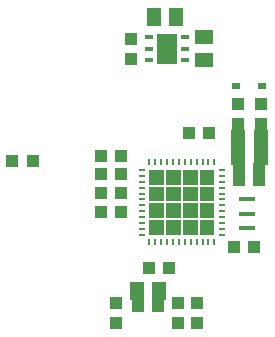
<source format=gbr>
G04 EAGLE Gerber RS-274X export*
G75*
%MOMM*%
%FSLAX34Y34*%
%LPD*%
%INSolderpaste Bottom*%
%IPPOS*%
%AMOC8*
5,1,8,0,0,1.08239X$1,22.5*%
G01*
%ADD10R,1.300000X1.500000*%
%ADD11R,1.100000X1.000000*%
%ADD12R,1.000000X1.100000*%
%ADD13R,0.550000X0.254000*%
%ADD14R,0.254000X0.550000*%
%ADD15R,1.399997X0.400000*%
%ADD16R,0.800000X0.500000*%
%ADD17R,1.500000X1.300000*%
%ADD18R,0.700000X0.400000*%
%ADD19R,1.750000X2.500000*%

G36*
X-4110Y134161D02*
X-4110Y134161D01*
X-4107Y134160D01*
X-4064Y134180D01*
X-4021Y134199D01*
X-4020Y134201D01*
X-4018Y134202D01*
X-3985Y134287D01*
X-3985Y146511D01*
X-3986Y146513D01*
X-3985Y146515D01*
X-4005Y146558D01*
X-4024Y146601D01*
X-4026Y146602D01*
X-4027Y146604D01*
X-4112Y146637D01*
X-16336Y146637D01*
X-16338Y146636D01*
X-16340Y146637D01*
X-16383Y146617D01*
X-16426Y146598D01*
X-16427Y146596D01*
X-16429Y146595D01*
X-16462Y146511D01*
X-16462Y134287D01*
X-16461Y134285D01*
X-16462Y134282D01*
X-16442Y134239D01*
X-16423Y134196D01*
X-16421Y134195D01*
X-16420Y134193D01*
X-16336Y134160D01*
X-4112Y134160D01*
X-4110Y134161D01*
G37*
G36*
X24339Y134161D02*
X24339Y134161D01*
X24341Y134160D01*
X24384Y134180D01*
X24427Y134199D01*
X24428Y134201D01*
X24430Y134202D01*
X24463Y134287D01*
X24463Y146511D01*
X24462Y146513D01*
X24463Y146515D01*
X24443Y146558D01*
X24424Y146601D01*
X24422Y146602D01*
X24421Y146604D01*
X24337Y146637D01*
X12113Y146637D01*
X12111Y146636D01*
X12108Y146637D01*
X12065Y146617D01*
X12022Y146598D01*
X12021Y146596D01*
X12019Y146595D01*
X11986Y146511D01*
X11986Y134287D01*
X11987Y134285D01*
X11986Y134282D01*
X12006Y134239D01*
X12025Y134196D01*
X12027Y134195D01*
X12028Y134193D01*
X12113Y134160D01*
X24337Y134160D01*
X24339Y134161D01*
G37*
G36*
X10115Y134161D02*
X10115Y134161D01*
X10117Y134160D01*
X10160Y134180D01*
X10203Y134199D01*
X10204Y134201D01*
X10206Y134202D01*
X10239Y134287D01*
X10239Y146511D01*
X10238Y146513D01*
X10239Y146515D01*
X10219Y146558D01*
X10200Y146601D01*
X10198Y146602D01*
X10197Y146604D01*
X10113Y146637D01*
X-2112Y146637D01*
X-2114Y146636D01*
X-2116Y146637D01*
X-2159Y146617D01*
X-2202Y146598D01*
X-2203Y146596D01*
X-2205Y146595D01*
X-2238Y146511D01*
X-2238Y134287D01*
X-2237Y134285D01*
X-2238Y134282D01*
X-2218Y134239D01*
X-2199Y134196D01*
X-2197Y134195D01*
X-2196Y134193D01*
X-2112Y134160D01*
X10113Y134160D01*
X10115Y134161D01*
G37*
G36*
X38563Y134161D02*
X38563Y134161D01*
X38565Y134160D01*
X38608Y134180D01*
X38651Y134199D01*
X38652Y134201D01*
X38654Y134202D01*
X38687Y134287D01*
X38687Y146511D01*
X38686Y146513D01*
X38687Y146515D01*
X38667Y146558D01*
X38648Y146601D01*
X38646Y146602D01*
X38645Y146604D01*
X38561Y146637D01*
X26337Y146637D01*
X26335Y146636D01*
X26332Y146637D01*
X26289Y146617D01*
X26246Y146598D01*
X26245Y146596D01*
X26243Y146595D01*
X26210Y146511D01*
X26210Y134287D01*
X26211Y134285D01*
X26210Y134282D01*
X26230Y134239D01*
X26249Y134196D01*
X26251Y134195D01*
X26252Y134193D01*
X26337Y134160D01*
X38561Y134160D01*
X38563Y134161D01*
G37*
G36*
X24339Y119937D02*
X24339Y119937D01*
X24341Y119936D01*
X24384Y119956D01*
X24427Y119975D01*
X24428Y119977D01*
X24430Y119978D01*
X24463Y120063D01*
X24463Y132287D01*
X24462Y132289D01*
X24463Y132291D01*
X24443Y132334D01*
X24424Y132377D01*
X24422Y132378D01*
X24421Y132380D01*
X24337Y132413D01*
X12113Y132413D01*
X12111Y132412D01*
X12108Y132413D01*
X12065Y132393D01*
X12022Y132374D01*
X12021Y132372D01*
X12019Y132371D01*
X11986Y132287D01*
X11986Y120063D01*
X11987Y120061D01*
X11986Y120058D01*
X12006Y120015D01*
X12025Y119972D01*
X12027Y119971D01*
X12028Y119969D01*
X12113Y119936D01*
X24337Y119936D01*
X24339Y119937D01*
G37*
G36*
X-4110Y119937D02*
X-4110Y119937D01*
X-4107Y119936D01*
X-4064Y119956D01*
X-4021Y119975D01*
X-4020Y119977D01*
X-4018Y119978D01*
X-3985Y120063D01*
X-3985Y132287D01*
X-3986Y132289D01*
X-3985Y132291D01*
X-4005Y132334D01*
X-4024Y132377D01*
X-4026Y132378D01*
X-4027Y132380D01*
X-4112Y132413D01*
X-16336Y132413D01*
X-16338Y132412D01*
X-16340Y132413D01*
X-16383Y132393D01*
X-16426Y132374D01*
X-16427Y132372D01*
X-16429Y132371D01*
X-16462Y132287D01*
X-16462Y120063D01*
X-16461Y120061D01*
X-16462Y120058D01*
X-16442Y120015D01*
X-16423Y119972D01*
X-16421Y119971D01*
X-16420Y119969D01*
X-16336Y119936D01*
X-4112Y119936D01*
X-4110Y119937D01*
G37*
G36*
X10115Y119937D02*
X10115Y119937D01*
X10117Y119936D01*
X10160Y119956D01*
X10203Y119975D01*
X10204Y119977D01*
X10206Y119978D01*
X10239Y120063D01*
X10239Y132287D01*
X10238Y132289D01*
X10239Y132291D01*
X10219Y132334D01*
X10200Y132377D01*
X10198Y132378D01*
X10197Y132380D01*
X10113Y132413D01*
X-2112Y132413D01*
X-2114Y132412D01*
X-2116Y132413D01*
X-2159Y132393D01*
X-2202Y132374D01*
X-2203Y132372D01*
X-2205Y132371D01*
X-2238Y132287D01*
X-2238Y120063D01*
X-2237Y120061D01*
X-2238Y120058D01*
X-2218Y120015D01*
X-2199Y119972D01*
X-2197Y119971D01*
X-2196Y119969D01*
X-2112Y119936D01*
X10113Y119936D01*
X10115Y119937D01*
G37*
G36*
X38563Y119937D02*
X38563Y119937D01*
X38565Y119936D01*
X38608Y119956D01*
X38651Y119975D01*
X38652Y119977D01*
X38654Y119978D01*
X38687Y120063D01*
X38687Y132287D01*
X38686Y132289D01*
X38687Y132291D01*
X38667Y132334D01*
X38648Y132377D01*
X38646Y132378D01*
X38645Y132380D01*
X38561Y132413D01*
X26337Y132413D01*
X26335Y132412D01*
X26332Y132413D01*
X26289Y132393D01*
X26246Y132374D01*
X26245Y132372D01*
X26243Y132371D01*
X26210Y132287D01*
X26210Y120063D01*
X26211Y120061D01*
X26210Y120058D01*
X26230Y120015D01*
X26249Y119972D01*
X26251Y119971D01*
X26252Y119969D01*
X26337Y119936D01*
X38561Y119936D01*
X38563Y119937D01*
G37*
G36*
X-4110Y105713D02*
X-4110Y105713D01*
X-4107Y105712D01*
X-4064Y105732D01*
X-4021Y105751D01*
X-4020Y105753D01*
X-4018Y105754D01*
X-3985Y105839D01*
X-3985Y118063D01*
X-3986Y118065D01*
X-3985Y118067D01*
X-4005Y118110D01*
X-4024Y118153D01*
X-4026Y118154D01*
X-4027Y118156D01*
X-4112Y118189D01*
X-16336Y118189D01*
X-16338Y118188D01*
X-16340Y118189D01*
X-16383Y118169D01*
X-16426Y118150D01*
X-16427Y118148D01*
X-16429Y118147D01*
X-16462Y118063D01*
X-16462Y105839D01*
X-16461Y105837D01*
X-16462Y105834D01*
X-16442Y105791D01*
X-16423Y105748D01*
X-16421Y105747D01*
X-16420Y105745D01*
X-16336Y105712D01*
X-4112Y105712D01*
X-4110Y105713D01*
G37*
G36*
X24339Y105713D02*
X24339Y105713D01*
X24341Y105712D01*
X24384Y105732D01*
X24427Y105751D01*
X24428Y105753D01*
X24430Y105754D01*
X24463Y105839D01*
X24463Y118063D01*
X24462Y118065D01*
X24463Y118067D01*
X24443Y118110D01*
X24424Y118153D01*
X24422Y118154D01*
X24421Y118156D01*
X24337Y118189D01*
X12113Y118189D01*
X12111Y118188D01*
X12108Y118189D01*
X12065Y118169D01*
X12022Y118150D01*
X12021Y118148D01*
X12019Y118147D01*
X11986Y118063D01*
X11986Y105839D01*
X11987Y105837D01*
X11986Y105834D01*
X12006Y105791D01*
X12025Y105748D01*
X12027Y105747D01*
X12028Y105745D01*
X12113Y105712D01*
X24337Y105712D01*
X24339Y105713D01*
G37*
G36*
X10115Y105713D02*
X10115Y105713D01*
X10117Y105712D01*
X10160Y105732D01*
X10203Y105751D01*
X10204Y105753D01*
X10206Y105754D01*
X10239Y105839D01*
X10239Y118063D01*
X10238Y118065D01*
X10239Y118067D01*
X10219Y118110D01*
X10200Y118153D01*
X10198Y118154D01*
X10197Y118156D01*
X10113Y118189D01*
X-2112Y118189D01*
X-2114Y118188D01*
X-2116Y118189D01*
X-2159Y118169D01*
X-2202Y118150D01*
X-2203Y118148D01*
X-2205Y118147D01*
X-2238Y118063D01*
X-2238Y105839D01*
X-2237Y105837D01*
X-2238Y105834D01*
X-2218Y105791D01*
X-2199Y105748D01*
X-2197Y105747D01*
X-2196Y105745D01*
X-2112Y105712D01*
X10113Y105712D01*
X10115Y105713D01*
G37*
G36*
X38563Y105713D02*
X38563Y105713D01*
X38565Y105712D01*
X38608Y105732D01*
X38651Y105751D01*
X38652Y105753D01*
X38654Y105754D01*
X38687Y105839D01*
X38687Y118063D01*
X38686Y118065D01*
X38687Y118067D01*
X38667Y118110D01*
X38648Y118153D01*
X38646Y118154D01*
X38645Y118156D01*
X38561Y118189D01*
X26337Y118189D01*
X26335Y118188D01*
X26332Y118189D01*
X26289Y118169D01*
X26246Y118150D01*
X26245Y118148D01*
X26243Y118147D01*
X26210Y118063D01*
X26210Y105839D01*
X26211Y105837D01*
X26210Y105834D01*
X26230Y105791D01*
X26249Y105748D01*
X26251Y105747D01*
X26252Y105745D01*
X26337Y105712D01*
X38561Y105712D01*
X38563Y105713D01*
G37*
G36*
X10115Y91489D02*
X10115Y91489D01*
X10117Y91488D01*
X10160Y91508D01*
X10203Y91527D01*
X10204Y91529D01*
X10206Y91530D01*
X10239Y91615D01*
X10239Y103839D01*
X10238Y103841D01*
X10239Y103843D01*
X10219Y103886D01*
X10200Y103929D01*
X10198Y103930D01*
X10197Y103932D01*
X10113Y103965D01*
X-2112Y103965D01*
X-2114Y103964D01*
X-2116Y103965D01*
X-2159Y103945D01*
X-2202Y103926D01*
X-2203Y103924D01*
X-2205Y103923D01*
X-2238Y103839D01*
X-2238Y91615D01*
X-2237Y91613D01*
X-2238Y91610D01*
X-2218Y91567D01*
X-2199Y91524D01*
X-2197Y91523D01*
X-2196Y91521D01*
X-2112Y91488D01*
X10113Y91488D01*
X10115Y91489D01*
G37*
G36*
X24339Y91489D02*
X24339Y91489D01*
X24341Y91488D01*
X24384Y91508D01*
X24427Y91527D01*
X24428Y91529D01*
X24430Y91530D01*
X24463Y91615D01*
X24463Y103839D01*
X24462Y103841D01*
X24463Y103843D01*
X24443Y103886D01*
X24424Y103929D01*
X24422Y103930D01*
X24421Y103932D01*
X24337Y103965D01*
X12113Y103965D01*
X12111Y103964D01*
X12108Y103965D01*
X12065Y103945D01*
X12022Y103926D01*
X12021Y103924D01*
X12019Y103923D01*
X11986Y103839D01*
X11986Y91615D01*
X11987Y91613D01*
X11986Y91610D01*
X12006Y91567D01*
X12025Y91524D01*
X12027Y91523D01*
X12028Y91521D01*
X12113Y91488D01*
X24337Y91488D01*
X24339Y91489D01*
G37*
G36*
X38563Y91489D02*
X38563Y91489D01*
X38565Y91488D01*
X38608Y91508D01*
X38651Y91527D01*
X38652Y91529D01*
X38654Y91530D01*
X38687Y91615D01*
X38687Y103839D01*
X38686Y103841D01*
X38687Y103843D01*
X38667Y103886D01*
X38648Y103929D01*
X38646Y103930D01*
X38645Y103932D01*
X38561Y103965D01*
X26337Y103965D01*
X26335Y103964D01*
X26332Y103965D01*
X26289Y103945D01*
X26246Y103926D01*
X26245Y103924D01*
X26243Y103923D01*
X26210Y103839D01*
X26210Y91615D01*
X26211Y91613D01*
X26210Y91610D01*
X26230Y91567D01*
X26249Y91524D01*
X26251Y91523D01*
X26252Y91521D01*
X26337Y91488D01*
X38561Y91488D01*
X38563Y91489D01*
G37*
G36*
X-4110Y91489D02*
X-4110Y91489D01*
X-4107Y91488D01*
X-4064Y91508D01*
X-4021Y91527D01*
X-4020Y91529D01*
X-4018Y91530D01*
X-3985Y91615D01*
X-3985Y103839D01*
X-3986Y103841D01*
X-3985Y103843D01*
X-4005Y103886D01*
X-4024Y103929D01*
X-4026Y103930D01*
X-4027Y103932D01*
X-4112Y103965D01*
X-16336Y103965D01*
X-16338Y103964D01*
X-16340Y103965D01*
X-16383Y103945D01*
X-16426Y103926D01*
X-16427Y103924D01*
X-16429Y103923D01*
X-16462Y103839D01*
X-16462Y91615D01*
X-16461Y91613D01*
X-16462Y91610D01*
X-16442Y91567D01*
X-16423Y91524D01*
X-16421Y91523D01*
X-16420Y91521D01*
X-16336Y91488D01*
X-4112Y91488D01*
X-4110Y91489D01*
G37*
D10*
X58763Y158750D03*
X77763Y158750D03*
D11*
X59763Y147638D03*
X76763Y147638D03*
X59763Y138113D03*
X76763Y138113D03*
D10*
X58763Y173038D03*
X77763Y173038D03*
D11*
X55000Y80963D03*
X72000Y80963D03*
X58738Y185175D03*
X58738Y202175D03*
X77788Y202175D03*
X77788Y185175D03*
D12*
X-132325Y153988D03*
X-115325Y153988D03*
D13*
X44913Y146570D03*
X44913Y141569D03*
X44913Y136567D03*
X44913Y131566D03*
X44913Y126565D03*
X44913Y121564D03*
X44913Y116562D03*
X44913Y111561D03*
X44913Y106560D03*
X44913Y101559D03*
X44913Y96557D03*
X44913Y91556D03*
D14*
X38620Y85263D03*
X33619Y85263D03*
X28617Y85263D03*
X23616Y85263D03*
X18615Y85263D03*
X13614Y85263D03*
X8612Y85263D03*
X3611Y85263D03*
X-1391Y85263D03*
X-6392Y85263D03*
X-11394Y85263D03*
X-16395Y85263D03*
D13*
X-22688Y91556D03*
X-22688Y96557D03*
X-22688Y101559D03*
X-22688Y106560D03*
X-22688Y111561D03*
X-22688Y116562D03*
X-22688Y121564D03*
X-22688Y126565D03*
X-22688Y131566D03*
X-22688Y136567D03*
X-22688Y141569D03*
X-22688Y146570D03*
D14*
X-16395Y152863D03*
X-11394Y152863D03*
X-6392Y152863D03*
X-1391Y152863D03*
X3611Y152863D03*
X8612Y152863D03*
X13614Y152863D03*
X18615Y152863D03*
X23616Y152863D03*
X28617Y152863D03*
X33619Y152863D03*
X38620Y152863D03*
D15*
X66675Y97538D03*
X66675Y109538D03*
X66675Y121537D03*
D16*
X79263Y217488D03*
X57263Y217488D03*
D10*
X6325Y276225D03*
X-12675Y276225D03*
D17*
X30163Y239738D03*
X30163Y258738D03*
D18*
X13413Y258738D03*
X13413Y249238D03*
X13413Y239738D03*
X-16588Y239738D03*
X-16588Y249238D03*
X-16588Y258738D03*
D19*
X-1588Y249238D03*
D11*
X-31750Y240738D03*
X-31750Y257738D03*
D12*
X-57713Y142875D03*
X-40713Y142875D03*
X-40713Y127000D03*
X-57713Y127000D03*
D11*
X-40713Y158750D03*
X-57713Y158750D03*
X-40713Y111125D03*
X-57713Y111125D03*
X23813Y16900D03*
X23813Y33900D03*
X7938Y16900D03*
X7938Y33900D03*
D12*
X563Y63500D03*
X-16438Y63500D03*
D11*
X-44450Y16900D03*
X-44450Y33900D03*
X-25963Y31750D03*
X-8963Y31750D03*
D10*
X-26963Y44450D03*
X-7963Y44450D03*
D12*
X16900Y177800D03*
X33900Y177800D03*
M02*

</source>
